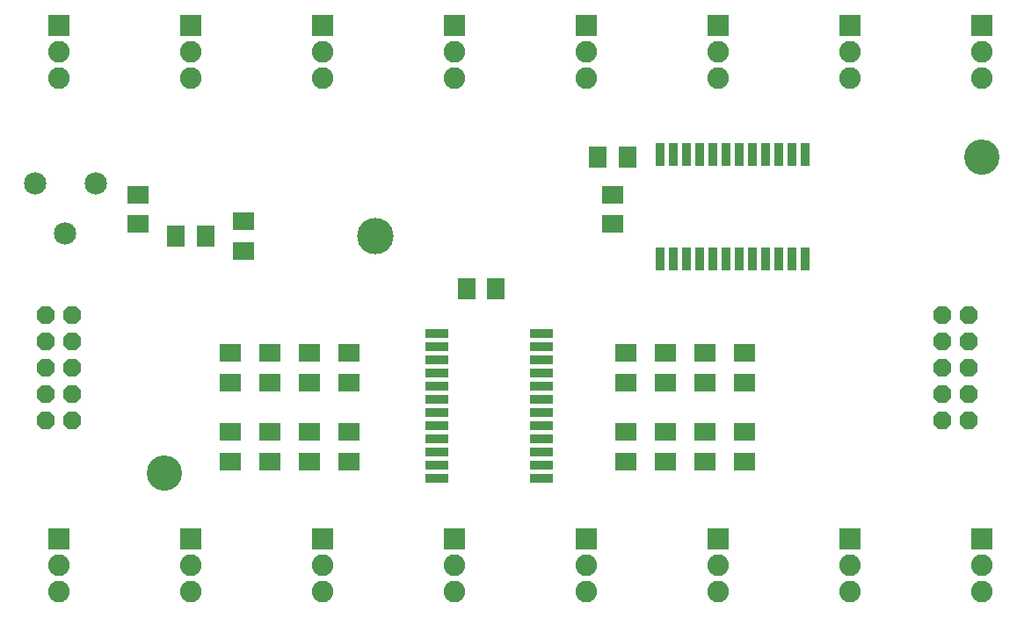
<source format=gts>
G75*
%MOIN*%
%OFA0B0*%
%FSLAX25Y25*%
%IPPOS*%
%LPD*%
%AMOC8*
5,1,8,0,0,1.08239X$1,22.5*
%
%ADD10C,0.13398*%
%ADD11C,0.13800*%
%ADD12OC8,0.06800*%
%ADD13R,0.07887X0.07099*%
%ADD14R,0.07099X0.07887*%
%ADD15R,0.08200X0.08200*%
%ADD16C,0.08200*%
%ADD17C,0.08477*%
%ADD18R,0.07099X0.07898*%
%ADD19R,0.03400X0.08800*%
%ADD20R,0.08800X0.03400*%
%ADD21R,0.07898X0.07099*%
D10*
X0085000Y0071800D03*
X0395000Y0191800D03*
D11*
X0165000Y0161800D03*
D12*
X0050000Y0131800D03*
X0040000Y0131800D03*
X0040000Y0121800D03*
X0050000Y0121800D03*
X0050000Y0111800D03*
X0040000Y0111800D03*
X0040000Y0101800D03*
X0050000Y0101800D03*
X0050000Y0091800D03*
X0040000Y0091800D03*
X0380000Y0091800D03*
X0390000Y0091800D03*
X0390000Y0101800D03*
X0380000Y0101800D03*
X0380000Y0111800D03*
X0390000Y0111800D03*
X0390000Y0121800D03*
X0380000Y0121800D03*
X0380000Y0131800D03*
X0390000Y0131800D03*
D13*
X0255000Y0166288D03*
X0255000Y0177312D03*
X0075000Y0177312D03*
X0075000Y0166288D03*
D14*
X0199488Y0141800D03*
X0210512Y0141800D03*
D15*
X0195000Y0046800D03*
X0145000Y0046800D03*
X0095000Y0046800D03*
X0045000Y0046800D03*
X0245000Y0046800D03*
X0295000Y0046800D03*
X0345000Y0046800D03*
X0395000Y0046800D03*
X0395000Y0241800D03*
X0345000Y0241800D03*
X0295000Y0241800D03*
X0245000Y0241800D03*
X0195000Y0241800D03*
X0145000Y0241800D03*
X0095000Y0241800D03*
X0045000Y0241800D03*
D16*
X0045000Y0026800D03*
X0045000Y0036800D03*
X0095000Y0036800D03*
X0095000Y0026800D03*
X0145000Y0026800D03*
X0145000Y0036800D03*
X0195000Y0036800D03*
X0195000Y0026800D03*
X0245000Y0026800D03*
X0245000Y0036800D03*
X0295000Y0036800D03*
X0295000Y0026800D03*
X0345000Y0026800D03*
X0345000Y0036800D03*
X0395000Y0036800D03*
X0395000Y0026800D03*
X0395000Y0221800D03*
X0395000Y0231800D03*
X0345000Y0231800D03*
X0345000Y0221800D03*
X0295000Y0221800D03*
X0295000Y0231800D03*
X0245000Y0231800D03*
X0245000Y0221800D03*
X0195000Y0221800D03*
X0195000Y0231800D03*
X0145000Y0231800D03*
X0145000Y0221800D03*
X0095000Y0221800D03*
X0095000Y0231800D03*
X0045000Y0231800D03*
X0045000Y0221800D03*
D17*
X0036102Y0181800D03*
X0058937Y0181800D03*
X0047126Y0162902D03*
D18*
X0089402Y0161800D03*
X0100598Y0161800D03*
X0249402Y0191800D03*
X0260598Y0191800D03*
D19*
X0272815Y0192820D03*
X0277815Y0192820D03*
X0282815Y0192820D03*
X0287815Y0192820D03*
X0292815Y0192820D03*
X0297815Y0192820D03*
X0302815Y0192820D03*
X0307815Y0192820D03*
X0312815Y0192820D03*
X0317815Y0192820D03*
X0322815Y0192820D03*
X0327815Y0192820D03*
X0327815Y0153220D03*
X0322815Y0153220D03*
X0317815Y0153220D03*
X0312815Y0153220D03*
X0307815Y0153220D03*
X0302815Y0153220D03*
X0297815Y0153220D03*
X0292815Y0153220D03*
X0287815Y0153220D03*
X0282815Y0153220D03*
X0277815Y0153220D03*
X0272815Y0153220D03*
D20*
X0227910Y0124930D03*
X0227910Y0119930D03*
X0227910Y0114930D03*
X0227910Y0109930D03*
X0227910Y0104930D03*
X0227910Y0099930D03*
X0227910Y0094930D03*
X0227910Y0089930D03*
X0227910Y0084930D03*
X0227910Y0079930D03*
X0227910Y0074930D03*
X0227910Y0069930D03*
X0188310Y0069930D03*
X0188310Y0074930D03*
X0188310Y0079930D03*
X0188310Y0084930D03*
X0188310Y0089930D03*
X0188310Y0094930D03*
X0188310Y0099930D03*
X0188310Y0104930D03*
X0188310Y0109930D03*
X0188310Y0114930D03*
X0188310Y0119930D03*
X0188310Y0124930D03*
D21*
X0155000Y0117398D03*
X0155000Y0106202D03*
X0140000Y0106202D03*
X0140000Y0117398D03*
X0125000Y0117398D03*
X0110000Y0117398D03*
X0110000Y0106202D03*
X0125000Y0106202D03*
X0125000Y0087398D03*
X0110000Y0087398D03*
X0110000Y0076202D03*
X0125000Y0076202D03*
X0140000Y0076202D03*
X0140000Y0087398D03*
X0155000Y0087398D03*
X0155000Y0076202D03*
X0260000Y0076202D03*
X0275000Y0076202D03*
X0275000Y0087398D03*
X0260000Y0087398D03*
X0260000Y0106202D03*
X0275000Y0106202D03*
X0275000Y0117398D03*
X0260000Y0117398D03*
X0290000Y0117398D03*
X0290000Y0106202D03*
X0305000Y0106202D03*
X0305000Y0117398D03*
X0305000Y0087398D03*
X0305000Y0076202D03*
X0290000Y0076202D03*
X0290000Y0087398D03*
X0115000Y0156202D03*
X0115000Y0167398D03*
M02*

</source>
